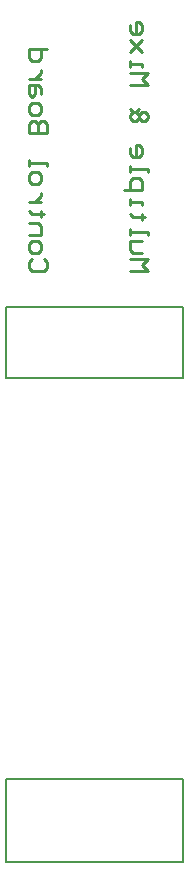
<source format=gbo>
G04 Layer_Color=32896*
%FSLAX25Y25*%
%MOIN*%
G70*
G01*
G75*
%ADD16C,0.01000*%
%ADD17C,0.00787*%
D16*
X44368Y334707D02*
X45368Y333708D01*
Y331708D01*
X44368Y330709D01*
X40370D01*
X39370Y331708D01*
Y333708D01*
X40370Y334707D01*
X39370Y337706D02*
Y339706D01*
X40370Y340705D01*
X42369D01*
X43369Y339706D01*
Y337706D01*
X42369Y336707D01*
X40370D01*
X39370Y337706D01*
Y342705D02*
X43369D01*
Y345704D01*
X42369Y346704D01*
X39370D01*
X44368Y349703D02*
X43369D01*
Y348703D01*
Y350702D01*
Y349703D01*
X40370D01*
X39370Y350702D01*
X43369Y353701D02*
X39370D01*
X41369D01*
X42369Y354701D01*
X43369Y355701D01*
Y356700D01*
X39370Y360699D02*
Y362698D01*
X40370Y363698D01*
X42369D01*
X43369Y362698D01*
Y360699D01*
X42369Y359699D01*
X40370D01*
X39370Y360699D01*
Y365697D02*
Y367697D01*
Y366697D01*
X45368D01*
Y365697D01*
Y376694D02*
X39370D01*
Y379693D01*
X40370Y380693D01*
X41369D01*
X42369Y379693D01*
Y376694D01*
Y379693D01*
X43369Y380693D01*
X44368D01*
X45368Y379693D01*
Y376694D01*
X39370Y383692D02*
Y385691D01*
X40370Y386690D01*
X42369D01*
X43369Y385691D01*
Y383692D01*
X42369Y382692D01*
X40370D01*
X39370Y383692D01*
X43369Y389690D02*
Y391689D01*
X42369Y392689D01*
X39370D01*
Y389690D01*
X40370Y388690D01*
X41369Y389690D01*
Y392689D01*
X43369Y394688D02*
X39370D01*
X41369D01*
X42369Y395688D01*
X43369Y396687D01*
Y397687D01*
X45368Y404685D02*
X39370D01*
Y401686D01*
X40370Y400686D01*
X42369D01*
X43369Y401686D01*
Y404685D01*
X72835Y330709D02*
X78833D01*
X76833Y332708D01*
X78833Y334707D01*
X72835D01*
X76833Y336707D02*
X73834D01*
X72835Y337706D01*
Y340705D01*
X76833D01*
X72835Y342705D02*
Y344704D01*
Y343705D01*
X78833D01*
Y342705D01*
X77833Y348703D02*
X76833D01*
Y347703D01*
Y349703D01*
Y348703D01*
X73834D01*
X72835Y349703D01*
Y352701D02*
Y354701D01*
Y353701D01*
X76833D01*
Y352701D01*
X70835Y357700D02*
X76833D01*
Y360699D01*
X75834Y361699D01*
X73834D01*
X72835Y360699D01*
Y357700D01*
Y363698D02*
Y365697D01*
Y364698D01*
X78833D01*
Y363698D01*
X72835Y371695D02*
Y369696D01*
X73834Y368696D01*
X75834D01*
X76833Y369696D01*
Y371695D01*
X75834Y372695D01*
X74834D01*
Y368696D01*
X72835Y384691D02*
X73834Y383692D01*
X72835Y382692D01*
Y381692D01*
X73834Y380693D01*
X74834D01*
X75834Y381692D01*
X76833Y380693D01*
X77833D01*
X78833Y381692D01*
Y382692D01*
X77833Y383692D01*
X76833D01*
X75834Y382692D01*
X74834Y383692D01*
X73834D01*
X75834Y384691D02*
X74834Y383692D01*
X75834Y381692D02*
Y382692D01*
X72835Y392689D02*
X78833D01*
X76833Y394688D01*
X78833Y396687D01*
X72835D01*
Y398687D02*
Y400686D01*
Y399686D01*
X76833D01*
Y398687D01*
Y403685D02*
X72835Y407684D01*
X74834Y405684D01*
X76833Y407684D01*
X72835Y403685D01*
Y412682D02*
Y410683D01*
X73834Y409683D01*
X75834D01*
X76833Y410683D01*
Y412682D01*
X75834Y413682D01*
X74834D01*
Y409683D01*
D17*
X31496Y161417D02*
X90551D01*
X31496Y133858D02*
Y161417D01*
Y133858D02*
X90551D01*
Y161417D01*
X31496Y318898D02*
X90551D01*
X31496Y295276D02*
Y318898D01*
Y295276D02*
X90551D01*
Y318898D01*
M02*

</source>
